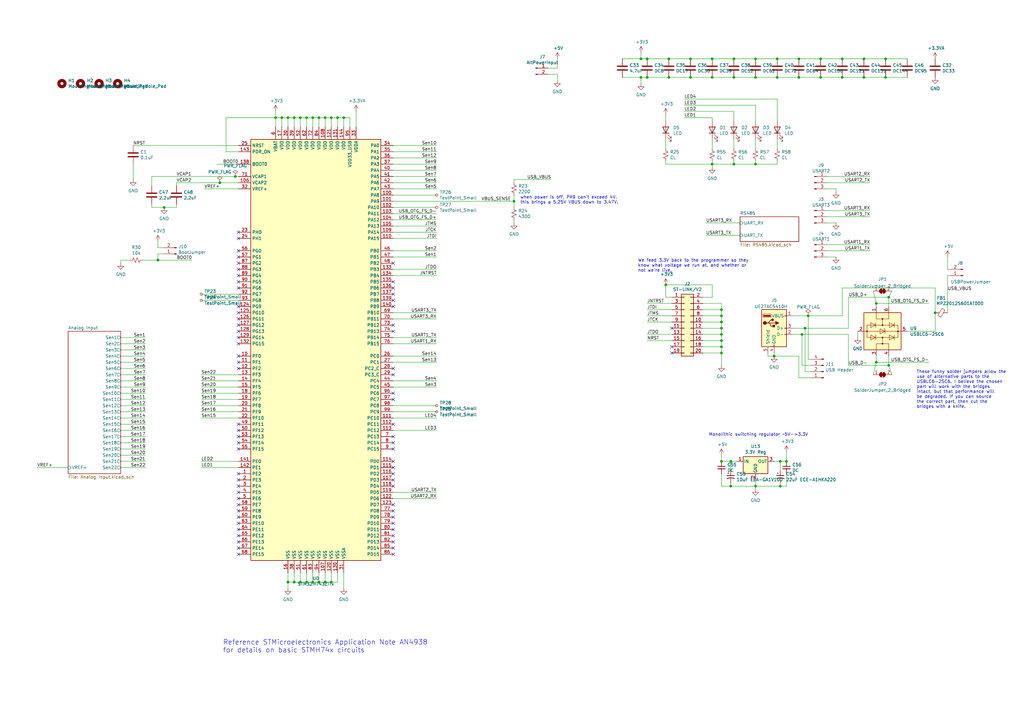
<source format=kicad_sch>
(kicad_sch (version 20211123) (generator eeschema)
  (paper "A3")
  (title_block (title "ADC Board") (rev "A0"))
  (junction (at 295.91 189.23))
  (junction (at 133.35 48.26))
  (junction (at 354.33 24.13))
  (junction (at 130.81 238.76))
  (junction (at 292.1 67.31))
  (junction (at 118.11 48.26))
  (junction (at 322.58 189.23))
  (junction (at 300.99 24.13))
  (junction (at 295.91 129.54))
  (junction (at 336.55 31.75))
  (junction (at 133.35 238.76))
  (junction (at 363.22 24.13))
  (junction (at 295.91 144.78))
  (junction (at 274.32 24.13))
  (junction (at 318.77 31.75))
  (junction (at 292.1 31.75))
  (junction (at 328.93 137.16))
  (junction (at 113.03 48.26))
  (junction (at 96.52 72.39))
  (junction (at 273.05 116.84))
  (junction (at 299.72 189.23))
  (junction (at 265.43 24.13))
  (junction (at 128.27 238.76))
  (junction (at 309.88 67.31))
  (junction (at 135.89 238.76))
  (junction (at 128.27 48.26))
  (junction (at 327.66 24.13))
  (junction (at 320.04 199.39))
  (junction (at 299.72 199.39))
  (junction (at 295.91 142.24))
  (junction (at 327.66 31.75))
  (junction (at 123.19 48.26))
  (junction (at 354.33 31.75))
  (junction (at 283.21 24.13))
  (junction (at 309.88 31.75))
  (junction (at 336.55 24.13))
  (junction (at 309.88 24.13))
  (junction (at 274.32 31.75))
  (junction (at 292.1 24.13))
  (junction (at 115.57 48.26))
  (junction (at 262.89 31.75))
  (junction (at 295.91 137.16))
  (junction (at 138.43 48.26))
  (junction (at 363.22 31.75))
  (junction (at 64.77 106.68))
  (junction (at 359.41 124.46))
  (junction (at 345.44 24.13))
  (junction (at 120.65 48.26))
  (junction (at 331.47 129.54))
  (junction (at 135.89 48.26))
  (junction (at 120.65 238.76))
  (junction (at 364.49 149.86))
  (junction (at 283.21 31.75))
  (junction (at 359.41 148.59))
  (junction (at 300.99 31.75))
  (junction (at 265.43 31.75))
  (junction (at 345.44 31.75))
  (junction (at 123.19 238.76))
  (junction (at 364.49 121.92))
  (junction (at 67.31 85.09))
  (junction (at 320.04 189.23))
  (junction (at 118.11 238.76))
  (junction (at 317.5 146.05))
  (junction (at 295.91 139.7))
  (junction (at 318.77 24.13))
  (junction (at 295.91 132.08))
  (junction (at 309.88 199.39))
  (junction (at 130.81 48.26))
  (junction (at 383.54 128.27))
  (junction (at 295.91 134.62))
  (junction (at 125.73 238.76))
  (junction (at 125.73 48.26))
  (junction (at 330.2 134.62))
  (junction (at 262.89 24.13))
  (junction (at 90.17 74.93))
  (junction (at 295.91 127))
  (junction (at 140.97 48.26))
  (junction (at 300.99 67.31))
  (junction (at 210.82 82.55))
  (no_connect (at 97.79 130.81))
  (no_connect (at 97.79 207.01))
  (no_connect (at 97.79 184.15))
  (no_connect (at 97.79 219.71))
  (no_connect (at 97.79 97.79))
  (no_connect (at 161.29 115.57))
  (no_connect (at 97.79 151.13))
  (no_connect (at 161.29 125.73))
  (no_connect (at 97.79 199.39))
  (no_connect (at 161.29 163.83))
  (no_connect (at 97.79 105.41))
  (no_connect (at 161.29 194.31))
  (no_connect (at 161.29 224.79))
  (no_connect (at 161.29 107.95))
  (no_connect (at 161.29 212.09))
  (no_connect (at 161.29 120.65))
  (no_connect (at 97.79 146.05))
  (no_connect (at 97.79 133.35))
  (no_connect (at 97.79 110.49))
  (no_connect (at 97.79 179.07))
  (no_connect (at 161.29 209.55))
  (no_connect (at 161.29 219.71))
  (no_connect (at 161.29 189.23))
  (no_connect (at 97.79 204.47))
  (no_connect (at 161.29 217.17))
  (no_connect (at 275.59 142.24))
  (no_connect (at 97.79 125.73))
  (no_connect (at 161.29 123.19))
  (no_connect (at 161.29 199.39))
  (no_connect (at 161.29 196.85))
  (no_connect (at 97.79 107.95))
  (no_connect (at 275.59 134.62))
  (no_connect (at 161.29 153.67))
  (no_connect (at 97.79 140.97))
  (no_connect (at 97.79 227.33))
  (no_connect (at 97.79 135.89))
  (no_connect (at 161.29 184.15))
  (no_connect (at 161.29 118.11))
  (no_connect (at 97.79 128.27))
  (no_connect (at 97.79 115.57))
  (no_connect (at 97.79 118.11))
  (no_connect (at 97.79 196.85))
  (no_connect (at 97.79 176.53))
  (no_connect (at 161.29 135.89))
  (no_connect (at 161.29 133.35))
  (no_connect (at 97.79 138.43))
  (no_connect (at 161.29 222.25))
  (no_connect (at 97.79 201.93))
  (no_connect (at 161.29 179.07))
  (no_connect (at 97.79 95.25))
  (no_connect (at 161.29 227.33))
  (no_connect (at 97.79 217.17))
  (no_connect (at 97.79 173.99))
  (no_connect (at 275.59 144.78))
  (no_connect (at 97.79 102.87))
  (no_connect (at 97.79 212.09))
  (no_connect (at 97.79 148.59))
  (no_connect (at 161.29 191.77))
  (no_connect (at 97.79 222.25))
  (no_connect (at 161.29 207.01))
  (no_connect (at 161.29 161.29))
  (no_connect (at 97.79 224.79))
  (no_connect (at 161.29 173.99))
  (no_connect (at 97.79 194.31))
  (no_connect (at 161.29 181.61))
  (no_connect (at 161.29 151.13))
  (no_connect (at 97.79 181.61))
  (no_connect (at 97.79 209.55))
  (no_connect (at 161.29 214.63))
  (no_connect (at 97.79 113.03))
  (no_connect (at 97.79 214.63))
  (wire (pts (xy 339.09 77.47) (xy 342.9 77.47)))
  (wire (pts (xy 62.23 72.39) (xy 96.52 72.39)))
  (wire (pts (xy 161.29 62.23) (xy 179.07 62.23)))
  (wire (pts (xy 140.97 48.26) (xy 143.51 48.26)))
  (wire (pts (xy 62.23 85.09) (xy 67.31 85.09)))
  (wire (pts (xy 161.29 67.31) (xy 179.07 67.31)))
  (wire (pts (xy 161.29 201.93) (xy 179.07 201.93)))
  (wire (pts (xy 125.73 48.26) (xy 128.27 48.26)))
  (wire (pts (xy 300.99 66.04) (xy 300.99 67.31)))
  (wire (pts (xy 303.53 96.52) (xy 289.56 96.52)))
  (wire (pts (xy 54.61 67.31) (xy 54.61 73.66)))
  (wire (pts (xy 332.74 147.32) (xy 331.47 147.32)))
  (wire (pts (xy 295.91 144.78) (xy 295.91 149.86)))
  (wire (pts (xy 342.9 77.47) (xy 342.9 78.74)))
  (wire (pts (xy 265.43 124.46) (xy 275.59 124.46)))
  (wire (pts (xy 325.12 129.54) (xy 331.47 129.54)))
  (wire (pts (xy 118.11 238.76) (xy 120.65 238.76)))
  (wire (pts (xy 303.53 91.44) (xy 289.56 91.44)))
  (wire (pts (xy 273.05 116.84) (xy 273.05 121.92)))
  (wire (pts (xy 161.29 95.25) (xy 179.07 95.25)))
  (wire (pts (xy 327.66 154.94) (xy 327.66 146.05)))
  (wire (pts (xy 130.81 238.76) (xy 133.35 238.76)))
  (wire (pts (xy 135.89 238.76) (xy 138.43 238.76)))
  (wire (pts (xy 339.09 88.9) (xy 356.87 88.9)))
  (wire (pts (xy 210.82 74.93) (xy 210.82 73.66)))
  (wire (pts (xy 161.29 80.01) (xy 179.07 80.01)))
  (wire (pts (xy 140.97 52.07) (xy 140.97 48.26)))
  (wire (pts (xy 210.82 82.55) (xy 210.82 85.09)))
  (wire (pts (xy 161.29 158.75) (xy 179.07 158.75)))
  (wire (pts (xy 330.2 134.62) (xy 347.98 134.62)))
  (wire (pts (xy 97.79 156.21) (xy 82.55 156.21)))
  (wire (pts (xy 363.22 31.75) (xy 354.33 31.75)))
  (wire (pts (xy 299.72 199.39) (xy 309.88 199.39)))
  (wire (pts (xy 262.89 31.75) (xy 255.27 31.75)))
  (wire (pts (xy 88.9 67.31) (xy 97.79 67.31)))
  (wire (pts (xy 288.29 132.08) (xy 295.91 132.08)))
  (wire (pts (xy 133.35 52.07) (xy 133.35 48.26)))
  (wire (pts (xy 97.79 62.23) (xy 92.71 62.23)))
  (wire (pts (xy 283.21 31.75) (xy 274.32 31.75)))
  (wire (pts (xy 283.21 24.13) (xy 274.32 24.13)))
  (wire (pts (xy 354.33 24.13) (xy 345.44 24.13)))
  (wire (pts (xy 320.04 198.12) (xy 320.04 199.39)))
  (wire (pts (xy 135.89 52.07) (xy 135.89 48.26)))
  (wire (pts (xy 228.6 30.48) (xy 228.6 33.02)))
  (wire (pts (xy 161.29 113.03) (xy 179.07 113.03)))
  (wire (pts (xy 295.91 124.46) (xy 295.91 127)))
  (wire (pts (xy 118.11 234.95) (xy 118.11 238.76)))
  (wire (pts (xy 161.29 74.93) (xy 179.07 74.93)))
  (wire (pts (xy 64.77 104.14) (xy 64.77 106.68)))
  (wire (pts (xy 125.73 48.26) (xy 125.73 52.07)))
  (wire (pts (xy 265.43 137.16) (xy 275.59 137.16)))
  (wire (pts (xy 292.1 121.92) (xy 288.29 121.92)))
  (wire (pts (xy 125.73 234.95) (xy 125.73 238.76)))
  (wire (pts (xy 49.53 106.68) (xy 49.53 107.95)))
  (wire (pts (xy 92.71 62.23) (xy 92.71 48.26)))
  (wire (pts (xy 161.29 204.47) (xy 179.07 204.47)))
  (wire (pts (xy 345.44 31.75) (xy 336.55 31.75)))
  (wire (pts (xy 295.91 132.08) (xy 295.91 134.62)))
  (wire (pts (xy 49.53 173.99) (xy 59.69 173.99)))
  (wire (pts (xy 318.77 24.13) (xy 309.88 24.13)))
  (wire (pts (xy 67.31 85.09) (xy 72.39 85.09)))
  (wire (pts (xy 62.23 85.09) (xy 62.23 83.82)))
  (wire (pts (xy 345.44 24.13) (xy 336.55 24.13)))
  (wire (pts (xy 97.79 191.77) (xy 82.55 191.77)))
  (wire (pts (xy 288.29 124.46) (xy 295.91 124.46)))
  (wire (pts (xy 339.09 105.41) (xy 342.9 105.41)))
  (wire (pts (xy 314.96 144.78) (xy 314.96 146.05)))
  (wire (pts (xy 224.79 30.48) (xy 228.6 30.48)))
  (wire (pts (xy 49.53 156.21) (xy 59.69 156.21)))
  (wire (pts (xy 265.43 24.13) (xy 262.89 24.13)))
  (wire (pts (xy 49.53 148.59) (xy 59.69 148.59)))
  (wire (pts (xy 161.29 87.63) (xy 179.07 87.63)))
  (wire (pts (xy 135.89 234.95) (xy 135.89 238.76)))
  (wire (pts (xy 318.77 31.75) (xy 309.88 31.75)))
  (wire (pts (xy 49.53 186.69) (xy 59.69 186.69)))
  (wire (pts (xy 97.79 168.91) (xy 82.55 168.91)))
  (wire (pts (xy 383.54 118.11) (xy 383.54 128.27)))
  (wire (pts (xy 161.29 82.55) (xy 210.82 82.55)))
  (wire (pts (xy 328.93 137.16) (xy 328.93 149.86)))
  (wire (pts (xy 138.43 48.26) (xy 140.97 48.26)))
  (wire (pts (xy 389.89 110.49) (xy 388.62 110.49)))
  (wire (pts (xy 97.79 120.65) (xy 82.55 120.65)))
  (wire (pts (xy 161.29 102.87) (xy 179.07 102.87)))
  (wire (pts (xy 97.79 163.83) (xy 82.55 163.83)))
  (wire (pts (xy 322.58 194.31) (xy 322.58 199.39)))
  (wire (pts (xy 345.44 118.11) (xy 383.54 118.11)))
  (wire (pts (xy 314.96 146.05) (xy 317.5 146.05)))
  (wire (pts (xy 115.57 48.26) (xy 115.57 52.07)))
  (wire (pts (xy 359.41 146.05) (xy 359.41 148.59)))
  (wire (pts (xy 161.29 130.81) (xy 179.07 130.81)))
  (wire (pts (xy 347.98 137.16) (xy 347.98 149.86)))
  (wire (pts (xy 49.53 143.51) (xy 59.69 143.51)))
  (wire (pts (xy 113.03 52.07) (xy 113.03 48.26)))
  (wire (pts (xy 331.47 129.54) (xy 345.44 129.54)))
  (wire (pts (xy 64.77 106.68) (xy 78.74 106.68)))
  (wire (pts (xy 351.79 138.43) (xy 351.79 135.89)))
  (wire (pts (xy 123.19 48.26) (xy 125.73 48.26)))
  (wire (pts (xy 161.29 85.09) (xy 179.07 85.09)))
  (wire (pts (xy 295.91 129.54) (xy 295.91 132.08)))
  (wire (pts (xy 299.72 189.23) (xy 302.26 189.23)))
  (wire (pts (xy 292.1 67.31) (xy 300.99 67.31)))
  (wire (pts (xy 288.29 137.16) (xy 295.91 137.16)))
  (wire (pts (xy 339.09 72.39) (xy 356.87 72.39)))
  (wire (pts (xy 317.5 189.23) (xy 320.04 189.23)))
  (wire (pts (xy 288.29 139.7) (xy 295.91 139.7)))
  (wire (pts (xy 262.89 31.75) (xy 262.89 34.29)))
  (wire (pts (xy 262.89 24.13) (xy 262.89 21.59)))
  (wire (pts (xy 97.79 74.93) (xy 90.17 74.93)))
  (wire (pts (xy 265.43 127) (xy 275.59 127)))
  (wire (pts (xy 123.19 238.76) (xy 125.73 238.76)))
  (wire (pts (xy 330.2 134.62) (xy 330.2 152.4)))
  (wire (pts (xy 138.43 238.76) (xy 138.43 234.95)))
  (wire (pts (xy 161.29 128.27) (xy 179.07 128.27)))
  (wire (pts (xy 90.17 74.93) (xy 72.39 74.93)))
  (wire (pts (xy 120.65 238.76) (xy 123.19 238.76)))
  (wire (pts (xy 49.53 191.77) (xy 59.69 191.77)))
  (wire (pts (xy 358.14 119.38) (xy 359.41 124.46)))
  (wire (pts (xy 300.99 31.75) (xy 292.1 31.75)))
  (wire (pts (xy 273.05 116.84) (xy 292.1 116.84)))
  (wire (pts (xy 49.53 151.13) (xy 59.69 151.13)))
  (wire (pts (xy 161.29 110.49) (xy 179.07 110.49)))
  (wire (pts (xy 309.88 24.13) (xy 300.99 24.13)))
  (wire (pts (xy 49.53 179.07) (xy 59.69 179.07)))
  (wire (pts (xy 383.54 128.27) (xy 383.54 135.89)))
  (wire (pts (xy 322.58 189.23) (xy 322.58 185.42)))
  (wire (pts (xy 97.79 189.23) (xy 82.55 189.23)))
  (wire (pts (xy 388.62 128.27) (xy 388.62 113.03)))
  (wire (pts (xy 161.29 92.71) (xy 179.07 92.71)))
  (wire (pts (xy 328.93 149.86) (xy 332.74 149.86)))
  (wire (pts (xy 280.67 40.64) (xy 318.77 40.64)))
  (wire (pts (xy 339.09 102.87) (xy 356.87 102.87)))
  (wire (pts (xy 143.51 48.26) (xy 143.51 52.07)))
  (wire (pts (xy 273.05 49.53) (xy 273.05 46.99)))
  (wire (pts (xy 128.27 234.95) (xy 128.27 238.76)))
  (wire (pts (xy 49.53 176.53) (xy 59.69 176.53)))
  (wire (pts (xy 49.53 146.05) (xy 59.69 146.05)))
  (wire (pts (xy 292.1 49.53) (xy 292.1 48.26)))
  (wire (pts (xy 320.04 193.04) (xy 320.04 189.23)))
  (wire (pts (xy 295.91 199.39) (xy 299.72 199.39)))
  (wire (pts (xy 130.81 48.26) (xy 130.81 52.07)))
  (wire (pts (xy 345.44 129.54) (xy 345.44 118.11)))
  (wire (pts (xy 161.29 148.59) (xy 179.07 148.59)))
  (wire (pts (xy 372.11 31.75) (xy 363.22 31.75)))
  (wire (pts (xy 67.31 104.14) (xy 64.77 104.14)))
  (wire (pts (xy 336.55 24.13) (xy 327.66 24.13)))
  (wire (pts (xy 64.77 101.6) (xy 67.31 101.6)))
  (wire (pts (xy 300.99 45.72) (xy 280.67 45.72)))
  (wire (pts (xy 300.99 60.96) (xy 300.99 57.15)))
  (wire (pts (xy 161.29 77.47) (xy 179.07 77.47)))
  (wire (pts (xy 363.22 24.13) (xy 354.33 24.13)))
  (wire (pts (xy 325.12 134.62) (xy 330.2 134.62)))
  (wire (pts (xy 161.29 69.85) (xy 179.07 69.85)))
  (wire (pts (xy 62.23 72.39) (xy 62.23 76.2)))
  (wire (pts (xy 161.29 146.05) (xy 179.07 146.05)))
  (wire (pts (xy 118.11 48.26) (xy 118.11 52.07)))
  (wire (pts (xy 49.53 140.97) (xy 59.69 140.97)))
  (wire (pts (xy 359.41 124.46) (xy 381 124.46)))
  (wire (pts (xy 299.72 198.12) (xy 299.72 199.39)))
  (wire (pts (xy 317.5 146.05) (xy 317.5 144.78)))
  (wire (pts (xy 161.29 140.97) (xy 179.07 140.97)))
  (wire (pts (xy 322.58 199.39) (xy 320.04 199.39)))
  (wire (pts (xy 295.91 189.23) (xy 299.72 189.23)))
  (wire (pts (xy 140.97 241.3) (xy 140.97 234.95)))
  (wire (pts (xy 49.53 166.37) (xy 59.69 166.37)))
  (wire (pts (xy 309.88 199.39) (xy 309.88 200.66)))
  (wire (pts (xy 295.91 137.16) (xy 295.91 139.7)))
  (wire (pts (xy 58.42 106.68) (xy 64.77 106.68)))
  (wire (pts (xy 320.04 199.39) (xy 309.88 199.39)))
  (wire (pts (xy 97.79 77.47) (xy 83.82 77.47)))
  (wire (pts (xy 295.91 134.62) (xy 295.91 137.16)))
  (wire (pts (xy 320.04 189.23) (xy 322.58 189.23)))
  (wire (pts (xy 388.62 113.03) (xy 389.89 113.03)))
  (wire (pts (xy 372.11 24.13) (xy 363.22 24.13)))
  (wire (pts (xy 161.29 105.41) (xy 179.07 105.41)))
  (wire (pts (xy 265.43 129.54) (xy 275.59 129.54)))
  (wire (pts (xy 161.29 156.21) (xy 179.07 156.21)))
  (wire (pts (xy 49.53 163.83) (xy 59.69 163.83)))
  (wire (pts (xy 288.29 129.54) (xy 295.91 129.54)))
  (wire (pts (xy 49.53 158.75) (xy 59.69 158.75)))
  (wire (pts (xy 325.12 137.16) (xy 328.93 137.16)))
  (wire (pts (xy 273.05 66.04) (xy 273.05 67.31)))
  (wire (pts (xy 309.88 196.85) (xy 309.88 199.39)))
  (wire (pts (xy 273.05 121.92) (xy 275.59 121.92)))
  (wire (pts (xy 354.33 31.75) (xy 345.44 31.75)))
  (wire (pts (xy 161.29 168.91) (xy 179.07 168.91)))
  (wire (pts (xy 332.74 154.94) (xy 327.66 154.94)))
  (wire (pts (xy 123.19 234.95) (xy 123.19 238.76)))
  (wire (pts (xy 130.81 48.26) (xy 133.35 48.26)))
  (wire (pts (xy 309.88 31.75) (xy 300.99 31.75)))
  (wire (pts (xy 49.53 161.29) (xy 59.69 161.29)))
  (wire (pts (xy 318.77 40.64) (xy 318.77 49.53)))
  (wire (pts (xy 383.54 135.89) (xy 372.11 135.89)))
  (wire (pts (xy 133.35 48.26) (xy 135.89 48.26)))
  (wire (pts (xy 210.82 90.17) (xy 210.82 91.44)))
  (wire (pts (xy 130.81 234.95) (xy 130.81 238.76)))
  (wire (pts (xy 300.99 24.13) (xy 292.1 24.13)))
  (wire (pts (xy 128.27 48.26) (xy 130.81 48.26)))
  (wire (pts (xy 123.19 48.26) (xy 123.19 52.07)))
  (wire (pts (xy 49.53 189.23) (xy 59.69 189.23)))
  (wire (pts (xy 347.98 134.62) (xy 347.98 121.92)))
  (wire (pts (xy 295.91 186.69) (xy 295.91 189.23)))
  (wire (pts (xy 300.99 49.53) (xy 300.99 45.72)))
  (wire (pts (xy 161.29 72.39) (xy 179.07 72.39)))
  (wire (pts (xy 347.98 121.92) (xy 364.49 121.92)))
  (wire (pts (xy 265.43 31.75) (xy 262.89 31.75)))
  (wire (pts (xy 295.91 142.24) (xy 295.91 144.78)))
  (wire (pts (xy 309.88 67.31) (xy 318.77 67.31)))
  (wire (pts (xy 358.14 153.67) (xy 359.41 148.59)))
  (wire (pts (xy 273.05 67.31) (xy 292.1 67.31)))
  (wire (pts (xy 138.43 52.07) (xy 138.43 48.26)))
  (wire (pts (xy 120.65 234.95) (xy 120.65 238.76)))
  (wire (pts (xy 309.88 43.18) (xy 280.67 43.18)))
  (wire (pts (xy 295.91 194.31) (xy 295.91 199.39)))
  (wire (pts (xy 133.35 238.76) (xy 135.89 238.76)))
  (wire (pts (xy 318.77 60.96) (xy 318.77 57.15)))
  (wire (pts (xy 274.32 24.13) (xy 265.43 24.13)))
  (wire (pts (xy 97.79 171.45) (xy 82.55 171.45)))
  (wire (pts (xy 161.29 97.79) (xy 179.07 97.79)))
  (wire (pts (xy 49.53 181.61) (xy 59.69 181.61)))
  (wire (pts (xy 273.05 60.96) (xy 273.05 57.15)))
  (wire (pts (xy 262.89 24.13) (xy 255.27 24.13)))
  (wire (pts (xy 292.1 60.96) (xy 292.1 57.15)))
  (wire (pts (xy 161.29 166.37) (xy 179.07 166.37)))
  (wire (pts (xy 97.79 158.75) (xy 82.55 158.75)))
  (wire (pts (xy 359.41 125.73) (xy 359.41 124.46)))
  (wire (pts (xy 113.03 48.26) (xy 115.57 48.26)))
  (wire (pts (xy 96.52 72.39) (xy 97.79 72.39)))
  (wire (pts (xy 64.77 99.06) (xy 64.77 101.6)))
  (wire (pts (xy 265.43 132.08) (xy 275.59 132.08)))
  (wire (pts (xy 295.91 139.7) (xy 295.91 142.24)))
  (wire (pts (xy 49.53 153.67) (xy 59.69 153.67)))
  (wire (pts (xy 210.82 80.01) (xy 210.82 82.55)))
  (wire (pts (xy 228.6 27.94) (xy 224.79 27.94)))
  (wire (pts (xy 128.27 238.76) (xy 130.81 238.76)))
  (wire (pts (xy 97.79 153.67) (xy 82.55 153.67)))
  (wire (pts (xy 327.66 31.75) (xy 318.77 31.75)))
  (wire (pts (xy 161.29 59.69) (xy 179.07 59.69)))
  (wire (pts (xy 328.93 137.16) (xy 347.98 137.16)))
  (wire (pts (xy 292.1 31.75) (xy 283.21 31.75)))
  (wire (pts (xy 118.11 238.76) (xy 118.11 241.3)))
  (wire (pts (xy 228.6 24.13) (xy 228.6 27.94)))
  (wire (pts (xy 128.27 48.26) (xy 128.27 52.07)))
  (wire (pts (xy 97.79 166.37) (xy 82.55 166.37)))
  (wire (pts (xy 365.76 153.67) (xy 364.49 149.86)))
  (wire (pts (xy 49.53 184.15) (xy 59.69 184.15)))
  (wire (pts (xy 288.29 144.78) (xy 295.91 144.78)))
  (wire (pts (xy 359.41 148.59) (xy 381 148.59)))
  (wire (pts (xy 295.91 127) (xy 295.91 129.54)))
  (wire (pts (xy 27.94 191.77) (xy 15.24 191.77)))
  (wire (pts (xy 49.53 171.45) (xy 59.69 171.45)))
  (wire (pts (xy 118.11 48.26) (xy 120.65 48.26)))
  (wire (pts (xy 292.1 66.04) (xy 292.1 67.31)))
  (wire (pts (xy 288.29 142.24) (xy 295.91 142.24)))
  (wire (pts (xy 135.89 48.26) (xy 138.43 48.26)))
  (wire (pts (xy 120.65 48.26) (xy 123.19 48.26)))
  (wire (pts (xy 97.79 161.29) (xy 82.55 161.29)))
  (wire (pts (xy 339.09 86.36) (xy 356.87 86.36)))
  (wire (pts (xy 288.29 127) (xy 295.91 127)))
  (wire (pts (xy 125.73 238.76) (xy 128.27 238.76)))
  (wire (pts (xy 309.88 60.96) (xy 309.88 57.15)))
  (wire (pts (xy 365.76 119.38) (xy 364.49 121.92)))
  (wire (pts (xy 161.29 138.43) (xy 179.07 138.43)))
  (wire (pts (xy 274.32 31.75) (xy 265.43 31.75)))
  (wire (pts (xy 339.09 74.93) (xy 356.87 74.93)))
  (wire (pts (xy 161.29 176.53) (xy 179.07 176.53)))
  (wire (pts (xy 292.1 48.26) (xy 280.67 48.26)))
  (wire (pts (xy 210.82 73.66) (xy 226.06 73.66)))
  (wire (pts (xy 364.49 149.86) (xy 364.49 146.05)))
  (wire (pts (xy 115.57 48.26) (xy 118.11 48.26)))
  (wire (pts (xy 113.03 48.26) (xy 113.03 45.72)))
  (wire (pts (xy 161.29 90.17) (xy 179.07 90.17)))
  (wire (pts (xy 161.29 64.77) (xy 179.07 64.77)))
  (wire (pts (xy 327.66 146.05) (xy 317.5 146.05)))
  (wire (pts (xy 339.09 100.33) (xy 356.87 100.33)))
  (wire (pts (xy 275.59 139.7) (xy 265.43 139.7)))
  (wire (pts (xy 97.79 123.19) (xy 82.55 123.19)))
  (wire (pts (xy 299.72 193.04) (xy 299.72 189.23)))
  (wire (pts (xy 292.1 24.13) (xy 283.21 24.13)))
  (wire (pts (xy 49.53 168.91) (xy 59.69 168.91)))
  (wire (pts (xy 331.47 147.32) (xy 331.47 129.54)))
  (wire (pts (xy 72.39 74.93) (xy 72.39 76.2)))
  (wire (pts (xy 292.1 68.58) (xy 292.1 67.31)))
  (wire (pts (xy 120.65 48.26) (xy 120.65 52.07)))
  (wire (pts (xy 292.1 116.84) (xy 292.1 121.92)))
  (wire (pts (xy 347.98 149.86) (xy 364.49 149.86)))
  (wire (pts (xy 72.39 83.82) (xy 72.39 85.09)))
  (wire (pts (xy 133.35 234.95) (xy 133.35 238.76)))
  (wire (pts (xy 53.34 106.68) (xy 49.53 106.68)))
  (wire (pts (xy 92.71 48.26) (xy 113.03 48.26)))
  (wire (pts (xy 339.09 91.44) (xy 342.9 91.44)))
  (wire (pts (xy 309.88 66.04) (xy 309.88 67.31)))
  (wire (pts (xy 336.55 31.75) (xy 327.66 31.75)))
  (wire (pts (xy 327.66 24.13) (xy 318.77 24.13)))
  (wire (pts (xy 300.99 67.31) (xy 309.88 67.31)))
  (wire (pts (xy 318.77 67.31) (xy 318.77 66.04)))
  (wire (pts (xy 330.2 152.4) (xy 332.74 152.4)))
  (wire (pts (xy 161.29 171.45) (xy 179.07 171.45)))
  (wire (pts (xy 146.05 52.07) (xy 146.05 45.72)))
  (wire (pts (xy 309.88 49.53) (xy 309.88 43.18)))
  (wire (pts (xy 388.62 105.41) (xy 388.62 110.49)))
  (wire (pts (xy 97.79 59.69) (xy 54.61 59.69)))
  (wire (pts (xy 49.53 138.43) (xy 59.69 138.43)))
  (wire (pts (xy 364.49 121.92) (xy 364.49 125.73)))
  (wire (pts (xy 288.29 134.62) (xy 295.91 134.62)))
  (text "Monolithic switching regulator ~5V->3.3V" (at 331.47 179.07 180) (effects (font (size 1.27 1.27)) (justify right bottom)))
  (text "We feed 3.3V back to the programmer so they\nknow what voltage we run at, and whether or\nnot we're live." (at 261.62 111.76 0) (effects (font (size 1.27 1.27)) (justify left bottom)))
  (text "Reference STMicroelectronics Application Note AN4938\nfor details on basic STMH74x circuits" (at 91.44 267.97 0) (effects (font (size 2.0066 2.0066)) (justify left bottom)))
  (text "These funny solder jumpers allow the\nuse of alternative parts to the\nUSBLC6-2SC6. I believe the chosen\npart will work with the bridges\nintact, but that performance will\nbe degraded. If you can source\nthe correct part, then cut the\nbridges with a knife." (at 375.92 167.64 0) (effects (font (size 1.27 1.27)) (justify left bottom)))
  (text "when power is off, PA9 can't exceed 4V.\nthis brings a 5.25V VBUS down to 3.47V." (at 213.36 83.82 0) (effects (font (size 1.27 1.27)) (justify left bottom)))
  (label "USB_OTG_FS_D+" (at 179.07 90.17 180))
  (label "Sen18" (at 59.69 181.61 180))
  (label "USB_OTG_FS_D-" (at 381 148.59 180))
  (label "JTDO" (at 179.07 110.49 180))
  (label "JTDI" (at 265.43 127 0))
  (label "JNTRST" (at 265.43 124.46 0))
  (label "JTDI" (at 179.07 97.79 180))
  (label "Sen1" (at 179.07 105.41 180))
  (label "JNTRST" (at 179.07 113.03 180))
  (label "VCAP2" (at 72.39 74.93 0))
  (label "USB_OTG_FS_D+" (at 381 124.46 180))
  (label "USART2_TX" (at 356.87 74.93 180))
  (label "Sen21" (at 82.55 156.21 0))
  (label "Sen4" (at 179.07 156.21 180))
  (label "Sen14" (at 179.07 146.05 180))
  (label "USB_VBUS" (at 388.62 119.38 0))
  (label "VREF+" (at 83.82 77.47 0))
  (label "Sen18" (at 82.55 163.83 0))
  (label "VREF+" (at 15.24 191.77 0))
  (label "Sen8" (at 179.07 69.85 180))
  (label "USART3_RX" (at 289.56 91.44 0))
  (label "LED4" (at 280.67 40.64 0))
  (label "LED1" (at 82.55 191.77 0))
  (label "LED4" (at 179.07 171.45 180))
  (label "Sen19" (at 59.69 184.15 180))
  (label "Sen17" (at 82.55 166.37 0))
  (label "JTCK" (at 179.07 95.25 180))
  (label "LED2" (at 280.67 45.72 0))
  (label "USART2_RX" (at 179.07 204.47 180))
  (label "JTMS" (at 265.43 129.54 0))
  (label "Sen2" (at 59.69 140.97 180))
  (label "USB_OTG_FS_D-" (at 179.07 87.63 180))
  (label "USART3_TX" (at 289.56 96.52 0))
  (label "Sen11" (at 59.69 163.83 180))
  (label "Sen2" (at 179.07 102.87 180))
  (label "Sen21" (at 59.69 189.23 180))
  (label "Sen13" (at 179.07 148.59 180))
  (label "Sen22" (at 82.55 153.67 0))
  (label "NRST" (at 54.61 59.69 0))
  (label "Sen16" (at 59.69 176.53 180))
  (label "USART1_RX" (at 356.87 100.33 180))
  (label "VBUS_SENSE" (at 209.55 82.55 180))
  (label "Sen5" (at 59.69 148.59 180))
  (label "Sen6" (at 59.69 151.13 180))
  (label "LED2" (at 82.55 189.23 0))
  (label "VCAP1" (at 72.39 72.39 0))
  (label "USB_D-" (at 347.98 149.86 0))
  (label "USB_VBUS" (at 226.06 73.66 180))
  (label "LED1" (at 280.67 48.26 0))
  (label "Sen20" (at 82.55 158.75 0))
  (label "Sen8" (at 59.69 156.21 180))
  (label "USART3_RX" (at 179.07 130.81 180))
  (label "Sen10" (at 59.69 161.29 180))
  (label "Sen10" (at 179.07 59.69 180))
  (label "USB_D+" (at 347.98 121.92 0))
  (label "Sen12" (at 179.07 64.77 180))
  (label "USART3_TX" (at 356.87 88.9 180))
  (label "JTDO" (at 265.43 137.16 0))
  (label "Sen19" (at 82.55 161.29 0))
  (label "Sen3" (at 179.07 158.75 180))
  (label "NRST" (at 265.43 139.7 0))
  (label "Sen9" (at 179.07 67.31 180))
  (label "Sen22" (at 59.69 191.77 180))
  (label "USART1_TX" (at 356.87 102.87 180))
  (label "Sen4" (at 59.69 146.05 180))
  (label "Sen12" (at 59.69 166.37 180))
  (label "USART2_TX" (at 179.07 201.93 180))
  (label "LED3" (at 179.07 176.53 180))
  (label "Sen17" (at 59.69 179.07 180))
  (label "LED3" (at 280.67 43.18 0))
  (label "Sen11" (at 179.07 62.23 180))
  (label "Sen16" (at 82.55 168.91 0))
  (label "Sen7" (at 59.69 153.67 180))
  (label "BOOT0" (at 78.74 106.68 180))
  (label "Sen15" (at 82.55 171.45 0))
  (label "Sen13" (at 59.69 168.91 180))
  (label "Sen3" (at 59.69 143.51 180))
  (label "Sen6" (at 179.07 74.93 180))
  (label "JTCK" (at 265.43 132.08 0))
  (label "BOOT0" (at 91.44 67.31 0))
  (label "Sen20" (at 59.69 186.69 180))
  (label "Sen7" (at 179.07 72.39 180))
  (label "USART3_TX" (at 179.07 128.27 180))
  (label "Sen15" (at 59.69 173.99 180))
  (label "JTMS" (at 179.07 92.71 180))
  (label "Sen1" (at 59.69 138.43 180))
  (label "Sen14" (at 59.69 171.45 180))
  (label "Sen5" (at 179.07 77.47 180))
  (label "USART2_RX" (at 356.87 72.39 180))
  (label "USART3_RX" (at 356.87 86.36 180))
  (label "Sen9" (at 59.69 158.75 180))
  (label "USART1_RX" (at 179.07 140.97 180))
  (label "USART1_TX" (at 179.07 138.43 180))
  (symbol (lib_id "MCU_ST_STM32H7:STM32H743ZITx") (at 130.81 143.51 0) (unit 1)
    (property "Reference" "U0" (at 129.54 237.2106 0))
    (property "Value" "STM32H743ZITx" (at 129.54 239.522 0))
    (property "Footprint" "Package_QFP:TQFP-144_20x20mm_P0.5mm" (effects hide))
    (property "Datasheet" "http://www.st.com/st-web-ui/static/active/en/resource/technical/document/datasheet/DM00387108.pdf" (effects hide))
  )
  (symbol (lib_id "power:+3.3VA") (at 146.05 45.72 0) (unit 1)
    (property "Reference" "#PWR0103" (effects hide))
    (property "Value" "+3.3VA" (at 146.431 41.3258 0))
  )
  (symbol (lib_id "power:+3.3V") (at 113.03 45.72 0) (unit 1)
    (property "Reference" "#PWR0104" (effects hide))
    (property "Value" "+3.3V" (at 113.411 41.3258 0))
  )
  (symbol (lib_id "Connector_Generic:Conn_02x10_Odd_Even") (at 280.67 132.08 0) (unit 1)
    (property "Reference" "J2" (at 281.94 116.4082 0))
    (property "Value" "ST-LINK/V2" (at 281.94 118.7196 0))
    (property "Footprint" "Pin_Headers:Pin_Header_Straight_2x10_Pitch2.54mm" (effects hide))
  )
  (symbol (lib_id "Device:C") (at 265.43 27.94 0) (unit 1)
    (property "Reference" "C34" (at 268.351 26.7716 0) (effects (justify left)))
    (property "Value" "DC6" (at 268.351 29.083 0) (effects (justify left)))
    (property "Footprint" "Capacitor_SMD:C_0805_2012Metric" (effects hide))
  )
  (symbol (lib_id "Device:C") (at 274.32 27.94 0) (unit 1)
    (property "Reference" "C35" (at 277.241 26.7716 0) (effects (justify left)))
    (property "Value" "DC17" (at 277.241 29.083 0) (effects (justify left)))
    (property "Footprint" "Capacitor_SMD:C_0805_2012Metric" (effects hide))
  )
  (symbol (lib_id "Device:C") (at 283.21 27.94 0) (unit 1)
    (property "Reference" "C36" (at 286.131 26.7716 0) (effects (justify left)))
    (property "Value" "DC30" (at 286.131 29.083 0) (effects (justify left)))
    (property "Footprint" "Capacitor_SMD:C_0805_2012Metric" (effects hide))
  )
  (symbol (lib_id "Device:C") (at 292.1 27.94 0) (unit 1)
    (property "Reference" "C37" (at 295.021 26.7716 0) (effects (justify left)))
    (property "Value" "DC39" (at 295.021 29.083 0) (effects (justify left)))
    (property "Footprint" "Capacitor_SMD:C_0805_2012Metric" (effects hide))
  )
  (symbol (lib_id "Device:C") (at 300.99 27.94 0) (unit 1)
    (property "Reference" "C38" (at 303.911 26.7716 0) (effects (justify left)))
    (property "Value" "DC52" (at 303.911 29.083 0) (effects (justify left)))
    (property "Footprint" "Capacitor_SMD:C_0805_2012Metric" (effects hide))
  )
  (symbol (lib_id "Device:C") (at 309.88 27.94 0) (unit 1)
    (property "Reference" "C39" (at 312.801 26.7716 0) (effects (justify left)))
    (property "Value" "DC62" (at 312.801 29.083 0) (effects (justify left)))
    (property "Footprint" "Capacitor_SMD:C_0805_2012Metric" (effects hide))
  )
  (symbol (lib_id "Device:C") (at 318.77 27.94 0) (unit 1)
    (property "Reference" "C40" (at 321.691 26.7716 0) (effects (justify left)))
    (property "Value" "DC72" (at 321.691 29.083 0) (effects (justify left)))
    (property "Footprint" "Capacitor_SMD:C_0805_2012Metric" (effects hide))
  )
  (symbol (lib_id "Device:C") (at 327.66 27.94 0) (unit 1)
    (property "Reference" "C41" (at 330.581 26.7716 0) (effects (justify left)))
    (property "Value" "DC84" (at 330.581 29.083 0) (effects (justify left)))
    (property "Footprint" "Capacitor_SMD:C_0805_2012Metric" (effects hide))
  )
  (symbol (lib_id "Device:C") (at 336.55 27.94 0) (unit 1)
    (property "Reference" "C42" (at 339.471 26.7716 0) (effects (justify left)))
    (property "Value" "DC108" (at 339.471 29.083 0) (effects (justify left)))
    (property "Footprint" "Capacitor_SMD:C_0805_2012Metric" (effects hide))
  )
  (symbol (lib_id "Device:C") (at 345.44 27.94 0) (unit 1)
    (property "Reference" "C43" (at 348.361 26.7716 0) (effects (justify left)))
    (property "Value" "DC121" (at 348.361 29.083 0) (effects (justify left)))
    (property "Footprint" "Capacitor_SMD:C_0805_2012Metric" (effects hide))
  )
  (symbol (lib_id "Device:C") (at 354.33 27.94 0) (unit 1)
    (property "Reference" "C44" (at 357.251 26.7716 0) (effects (justify left)))
    (property "Value" "DC131" (at 357.251 29.083 0) (effects (justify left)))
    (property "Footprint" "Capacitor_SMD:C_0805_2012Metric" (effects hide))
  )
  (symbol (lib_id "Device:C") (at 363.22 27.94 0) (unit 1)
    (property "Reference" "C45" (at 366.141 26.7716 0) (effects (justify left)))
    (property "Value" "DC144" (at 366.141 29.083 0) (effects (justify left)))
    (property "Footprint" "Capacitor_SMD:C_0805_2012Metric" (effects hide))
  )
  (symbol (lib_id "Device:C") (at 372.11 27.94 0) (unit 1)
    (property "Reference" "C46" (at 375.031 26.7716 0) (effects (justify left)))
    (property "Value" "DC95" (at 375.031 29.083 0) (effects (justify left)))
    (property "Footprint" "Capacitor_SMD:C_0805_2012Metric" (effects hide))
  )
  (symbol (lib_id "power:+3.3V") (at 262.89 21.59 0) (unit 1)
    (property "Reference" "#PWR0109" (effects hide))
    (property "Value" "+3.3V" (at 263.271 17.1958 0))
  )
  (symbol (lib_id "Device:C") (at 72.39 80.01 0) (unit 1)
    (property "Reference" "C48" (at 75.311 78.8416 0) (effects (justify left)))
    (property "Value" "2.2uF" (at 75.311 81.153 0) (effects (justify left)))
    (property "Footprint" "Capacitor_SMD:C_0805_2012Metric" (effects hide))
  )
  (symbol (lib_id "Device:C") (at 62.23 80.01 0) (unit 1)
    (property "Reference" "C47" (at 65.151 78.8416 0) (effects (justify left)))
    (property "Value" "2.2uF" (at 65.151 81.153 0) (effects (justify left)))
    (property "Footprint" "Capacitor_SMD:C_0805_2012Metric" (effects hide))
  )
  (symbol (lib_id "Device:C") (at 255.27 27.94 0) (unit 1)
    (property "Reference" "C33" (at 258.191 26.7716 0) (effects (justify left)))
    (property "Value" "4.7uF" (at 258.191 29.083 0) (effects (justify left)))
    (property "Footprint" "Capacitor_SMD:C_0805_2012Metric" (effects hide))
  )
  (symbol (lib_id "power:+3.3V") (at 273.05 116.84 0) (unit 1)
    (property "Reference" "#PWR0147" (effects hide))
    (property "Value" "+3.3V" (at 273.431 112.4458 0))
  )
  (symbol (lib_id "Connector:Conn_01x02_Male") (at 219.71 27.94 0) (unit 1)
    (property "Reference" "J7" (at 222.4532 23.3426 0))
    (property "Value" "AltPowerInput" (at 222.4532 25.654 0))
    (property "Footprint" "Pin_Headers:Pin_Header_Straight_1x02_Pitch2.54mm" (effects hide))
  )
  (symbol (lib_id "power:+5V") (at 228.6 24.13 0) (unit 1)
    (property "Reference" "#PWR0135" (effects hide))
    (property "Value" "+5V" (at 228.981 19.7358 0))
  )
  (symbol (lib_id "Device:R_Small_US") (at 210.82 87.63 0) (unit 1)
    (property "Reference" "R24" (at 212.5472 86.4616 0) (effects (justify left)))
    (property "Value" "4300" (at 212.5472 88.773 0) (effects (justify left)))
    (property "Footprint" "Resistor_SMD:R_0805_2012Metric" (effects hide))
  )
  (symbol (lib_id "Device:R_Small_US") (at 210.82 77.47 0) (unit 1)
    (property "Reference" "R23" (at 212.5472 76.3016 0) (effects (justify left)))
    (property "Value" "2200" (at 212.5472 78.613 0) (effects (justify left)))
    (property "Footprint" "Resistor_SMD:R_0805_2012Metric" (effects hide))
  )
  (symbol (lib_id "Connector:Conn_01x02_Male") (at 394.97 113.03 180) (unit 1)
    (property "Reference" "J8" (at 394.97 107.95 0) (effects (justify left)))
    (property "Value" "USBPowerJumper" (at 406.4 115.57 0) (effects (justify left)))
    (property "Footprint" "Pin_Headers:Pin_Header_Straight_1x02_Pitch2.54mm" (effects hide))
  )
  (symbol (lib_id "Device:FerriteBead_Small") (at 386.08 128.27 270) (unit 1)
    (property "Reference" "FB1" (at 386.08 122.2502 90))
    (property "Value" "MPZ2012S601AT000" (at 393.7 124.46 90))
    (property "Footprint" "Inductor_SMD:L_0805_2012Metric_Pad1.05x1.20mm_HandSolder" (effects hide))
  )
  (symbol (lib_id "power:+5V") (at 388.62 105.41 0) (unit 1)
    (property "Reference" "#PWR0143" (effects hide))
    (property "Value" "+5V" (at 389.001 101.0158 0))
  )
  (symbol (lib_id "Device:LED") (at 273.05 53.34 90) (unit 1)
    (property "Reference" "D5" (at 276.0472 52.3494 90) (effects (justify right)))
    (property "Value" "LED" (at 276.0472 54.6608 90) (effects (justify right)))
    (property "Footprint" "LED_SMD:LED_0805_2012Metric_Pad1.15x1.40mm_HandSolder" (effects hide))
  )
  (symbol (lib_id "Device:R_Small_US") (at 273.05 63.5 0) (unit 1)
    (property "Reference" "R25" (at 274.7772 62.3316 0) (effects (justify left)))
    (property "Value" "CL" (at 274.7772 64.643 0) (effects (justify left)))
    (property "Footprint" "Resistor_SMD:R_0805_2012Metric" (effects hide))
  )
  (symbol (lib_id "Device:C") (at 54.61 63.5 0) (unit 1)
    (property "Reference" "C1" (at 57.531 62.3316 0) (effects (justify left)))
    (property "Value" "0.1uF" (at 57.531 64.643 0) (effects (justify left)))
    (property "Footprint" "Capacitor_SMD:C_0805_2012Metric" (effects hide))
  )
  (symbol (lib_id "power:+3.3V") (at 273.05 46.99 0) (unit 1)
    (property "Reference" "#PWR0148" (effects hide))
    (property "Value" "+3.3V" (at 273.431 42.5958 0))
  )
  (symbol (lib_id "Connector:Conn_01x02_Male") (at 72.39 104.14 180) (unit 1)
    (property "Reference" "J10" (at 73.1012 101.1428 0) (effects (justify right)))
    (property "Value" "BootJumper" (at 73.1012 103.4542 0) (effects (justify right)))
    (property "Footprint" "Pin_Headers:Pin_Header_Straight_1x02_Pitch2.54mm" (effects hide))
  )
  (symbol (lib_id "power:+3.3V") (at 64.77 99.06 0) (unit 1)
    (property "Reference" "#PWR0149" (effects hide))
    (property "Value" "+3.3V" (at 65.151 94.6658 0))
  )
  (symbol (lib_id "Connector:Conn_01x03_Male") (at 334.01 74.93 0) (unit 1)
    (property "Reference" "J9" (at 336.7532 67.7926 0))
    (property "Value" "USART2" (at 336.7532 70.104 0))
    (property "Footprint" "Pin_Headers:Pin_Header_Straight_1x03_Pitch2.54mm" (effects hide))
  )
  (symbol (lib_id "Mechanical:MountingHole") (at 25.4 34.29 0) (unit 1)
    (property "Reference" "H1" (at 27.94 33.0454 0) (effects (justify left)))
    (property "Value" "MountingHole_Pad" (at 27.94 35.3568 0) (effects (justify left)))
    (property "Footprint" "MountingHole:MountingHole_3.2mm_M3" (effects hide))
  )
  (symbol (lib_id "Mechanical:MountingHole") (at 33.02 34.29 0) (unit 1)
    (property "Reference" "H2" (at 35.56 33.0454 0) (effects (justify left)))
    (property "Value" "MountingHole_Pad" (at 35.56 35.3568 0) (effects (justify left)))
    (property "Footprint" "MountingHole:MountingHole_3.2mm_M3" (effects hide))
  )
  (symbol (lib_id "Mechanical:MountingHole") (at 40.64 34.29 0) (unit 1)
    (property "Reference" "H3" (at 43.18 33.0454 0) (effects (justify left)))
    (property "Value" "MountingHole_Pad" (at 43.18 35.3568 0) (effects (justify left)))
    (property "Footprint" "MountingHole:MountingHole_3.2mm_M3" (effects hide))
  )
  (symbol (lib_id "Mechanical:MountingHole") (at 48.26 34.29 0) (unit 1)
    (property "Reference" "H4" (at 50.8 33.0454 0) (effects (justify left)))
    (property "Value" "MountingHole_Pad" (at 50.8 35.3568 0) (effects (justify left)))
    (property "Footprint" "MountingHole:MountingHole_3.2mm_M3" (effects hide))
  )
  (symbol (lib_id "Connector:Conn_01x03_Male") (at 334.01 88.9 0) (unit 1)
    (property "Reference" "J3" (at 336.7532 81.7626 0))
    (property "Value" "USART3" (at 336.7532 84.074 0))
    (property "Footprint" "Pin_Headers:Pin_Header_Straight_1x03_Pitch2.54mm" (effects hide))
  )
  (symbol (lib_id "Connector:Conn_01x03_Male") (at 334.01 102.87 0) (unit 1)
    (property "Reference" "J4" (at 336.7532 95.7326 0))
    (property "Value" "USART1" (at 336.7532 98.044 0))
    (property "Footprint" "Pin_Headers:Pin_Header_Straight_1x03_Pitch2.54mm" (effects hide))
  )
  (symbol (lib_id "Device:C") (at 383.54 27.94 0) (unit 1)
    (property "Reference" "C32" (at 386.461 26.7716 0) (effects (justify left)))
    (property "Value" "DC33" (at 386.461 29.083 0) (effects (justify left)))
    (property "Footprint" "Capacitor_SMD:C_0805_2012Metric" (effects hide))
  )
  (symbol (lib_id "power:+3.3VA") (at 383.54 24.13 0) (unit 1)
    (property "Reference" "#PWR0121" (effects hide))
    (property "Value" "+3.3VA" (at 383.921 19.7358 0))
  )
  (symbol (lib_id "power:+5V") (at 295.91 186.69 0) (unit 1)
    (property "Reference" "#PWR0128" (effects hide))
    (property "Value" "+5V" (at 296.291 182.2958 0))
  )
  (symbol (lib_id "power:+3.3V") (at 322.58 185.42 0) (unit 1)
    (property "Reference" "#PWR0129" (effects hide))
    (property "Value" "+3.3V" (at 322.961 181.0258 0))
  )
  (symbol (lib_id "Power_Protection:USBLC6-2SC6") (at 361.95 135.89 270) (unit 1)
    (property "Reference" "U9" (at 373.2276 134.7216 90) (effects (justify left)))
    (property "Value" "USBLC6-2SC6" (at 373.2276 137.033 90) (effects (justify left)))
    (property "Footprint" "Package_TO_SOT_SMD:SOT-23-6_Handsoldering" (effects hide))
    (property "Datasheet" "https://www.st.com/resource/en/datasheet/usblc6-2.pdf" (effects hide))
  )
  (symbol (lib_id "power:PWR_FLAG") (at 96.52 72.39 0) (unit 1)
    (property "Reference" "#FLG0103" (effects hide))
    (property "Value" "PWR_FLAG" (at 96.52 67.9958 0))
  )
  (symbol (lib_id "power:PWR_FLAG") (at 90.17 74.93 0) (unit 1)
    (property "Reference" "#FLG0105" (effects hide))
    (property "Value" "PWR_FLAG" (at 90.17 70.5358 0))
  )
  (symbol (lib_id "Device:C_Small") (at 295.91 191.77 0) (unit 1)
    (property "Reference" "C55" (at 298.2468 190.6016 0) (effects (justify left)))
    (property "Value" "DC" (at 298.2468 192.913 0) (effects (justify left)))
    (property "Footprint" "Capacitor_SMD:C_0805_2012Metric" (effects hide))
  )
  (symbol (lib_id "Device:C_Small") (at 322.58 191.77 0) (unit 1)
    (property "Reference" "C56" (at 324.9168 190.6016 0) (effects (justify left)))
    (property "Value" "DC" (at 324.9168 192.913 0) (effects (justify left)))
    (property "Footprint" "Capacitor_SMD:C_0805_2012Metric" (effects hide))
  )
  (symbol (lib_id "Connector:Conn_01x04_Male") (at 337.82 152.4 180) (unit 1)
    (property "Reference" "J11" (at 338.5312 149.4028 0) (effects (justify right)))
    (property "Value" "USB Header" (at 338.5312 151.7142 0) (effects (justify right)))
    (property "Footprint" "Pin_Headers:Pin_Header_Straight_1x04_Pitch2.54mm" (effects hide))
  )
  (symbol (lib_id "Regulator_Linear:L7805") (at 309.88 189.23 0) (unit 1)
    (property "Reference" "U13" (at 309.88 183.0832 0))
    (property "Value" "3.3V Reg" (at 309.88 185.3946 0))
    (property "Footprint" "TO_SOT_Packages_THT:TO-220-3_Vertical" (effects hide))
    (property "Datasheet" "http://www.st.com/content/ccc/resource/technical/document/datasheet/41/4f/b3/b0/12/d4/47/88/CD00000444.pdf/files/CD00000444.pdf/jcr:content/translations/en.CD00000444.pdf" (effects hide))
  )
  (symbol (lib_id "Device:C_Polarized_Small_US") (at 299.72 195.58 0) (unit 1)
    (property "Reference" "C53" (at 302.0314 194.4116 0) (effects (justify left)))
    (property "Value" "10uF EEA-GA1V100" (at 302.0314 196.723 0) (effects (justify left)))
    (property "Footprint" "Capacitor_SMD:CP_Elec_5x5.3" (effects hide))
  )
  (symbol (lib_id "Device:C_Polarized_Small_US") (at 320.04 195.58 0) (unit 1)
    (property "Reference" "C54" (at 322.3514 194.4116 0) (effects (justify left)))
    (property "Value" "22uF ECE-A1HKA220" (at 322.3514 196.723 0) (effects (justify left)))
    (property "Footprint" "Capacitor_SMD:CP_Elec_6.3x5.3" (effects hide))
  )
  (symbol (lib_id "Connector:USB_A") (at 317.5 134.62 0) (unit 1)
    (property "Reference" "J5" (at 317.5 123.19 0))
    (property "Value" "UE27AC5410H" (at 316.23 125.73 0))
    (property "Footprint" "usbconnectors:USB_A_Molex_67643_Horizontal" (effects hide))
    (property "Datasheet" " ~" (effects hide))
  )
  (symbol (lib_id "Device:LED") (at 292.1 53.34 90) (unit 1)
    (property "Reference" "D1" (at 295.0972 52.3494 90) (effects (justify right)))
    (property "Value" "LED" (at 295.0972 54.6608 90) (effects (justify right)))
    (property "Footprint" "LED_SMD:LED_0805_2012Metric_Pad1.15x1.40mm_HandSolder" (effects hide))
  )
  (symbol (lib_id "Device:LED") (at 300.99 53.34 90) (unit 1)
    (property "Reference" "D2" (at 303.9872 52.3494 90) (effects (justify right)))
    (property "Value" "LED" (at 303.9872 54.6608 90) (effects (justify right)))
    (property "Footprint" "LED_SMD:LED_0805_2012Metric_Pad1.15x1.40mm_HandSolder" (effects hide))
  )
  (symbol (lib_id "Device:LED") (at 309.88 53.34 90) (unit 1)
    (property "Reference" "D3" (at 312.8772 52.3494 90) (effects (justify right)))
    (property "Value" "LED" (at 312.8772 54.6608 90) (effects (justify right)))
    (property "Footprint" "LED_SMD:LED_0805_2012Metric_Pad1.15x1.40mm_HandSolder" (effects hide))
  )
  (symbol (lib_id "Device:LED") (at 318.77 53.34 90) (unit 1)
    (property "Reference" "D4" (at 321.7672 52.3494 90) (effects (justify right)))
    (property "Value" "LED" (at 321.7672 54.6608 90) (effects (justify right)))
    (property "Footprint" "LED_SMD:LED_0805_2012Metric_Pad1.15x1.40mm_HandSolder" (effects hide))
  )
  (symbol (lib_id "Device:R_Small_US") (at 292.1 63.5 0) (unit 1)
    (property "Reference" "R55" (at 293.8272 62.3316 0) (effects (justify left)))
    (property "Value" "CL" (at 293.8272 64.643 0) (effects (justify left)))
    (property "Footprint" "Resistor_SMD:R_0805_2012Metric" (effects hide))
  )
  (symbol (lib_id "Device:R_Small_US") (at 300.99 63.5 0) (unit 1)
    (property "Reference" "R56" (at 302.7172 62.3316 0) (effects (justify left)))
    (property "Value" "CL" (at 302.7172 64.643 0) (effects (justify left)))
    (property "Footprint" "Resistor_SMD:R_0805_2012Metric" (effects hide))
  )
  (symbol (lib_id "Device:R_Small_US") (at 309.88 63.5 0) (unit 1)
    (property "Reference" "R57" (at 311.6072 62.3316 0) (effects (justify left)))
    (property "Value" "CL" (at 311.6072 64.643 0) (effects (justify left)))
    (property "Footprint" "Resistor_SMD:R_0805_2012Metric" (effects hide))
  )
  (symbol (lib_id "Device:R_Small_US") (at 318.77 63.5 0) (unit 1)
    (property "Reference" "R58" (at 320.4972 62.3316 0) (effects (justify left)))
    (property "Value" "CL" (at 320.4972 64.643 0) (effects (justify left)))
    (property "Footprint" "Resistor_SMD:R_0805_2012Metric" (effects hide))
  )
  (symbol (lib_id "Device:R_Small_US") (at 55.88 106.68 270) (unit 1)
    (property "Reference" "R30" (at 55.88 101.473 90))
    (property "Value" "10k" (at 55.88 103.7844 90))
    (property "Footprint" "Resistor_SMD:R_0805_2012Metric" (effects hide))
  )
  (symbol (lib_id "Connector:TestPoint_Small") (at 82.55 120.65 0) (unit 1)
    (property "Reference" "TP23" (at 83.7692 119.4816 0) (effects (justify left)))
    (property "Value" "TestPoint_Small" (at 83.7692 121.793 0) (effects (justify left)))
    (property "Footprint" "TestPoint:TestPoint_Pad_D1.5mm" (effects hide))
  )
  (symbol (lib_id "Connector:TestPoint_Small") (at 82.55 123.19 0) (unit 1)
    (property "Reference" "TP24" (at 83.7692 122.0216 0) (effects (justify left)))
    (property "Value" "TestPoint_Small" (at 83.7692 124.333 0) (effects (justify left)))
    (property "Footprint" "TestPoint:TestPoint_Pad_D1.5mm" (effects hide))
  )
  (symbol (lib_id "Connector:TestPoint_Small") (at 179.07 166.37 0) (unit 1)
    (property "Reference" "TP28" (at 180.2892 165.2016 0) (effects (justify left)))
    (property "Value" "TestPoint_Small" (at 180.2892 167.513 0) (effects (justify left)))
    (property "Footprint" "TestPoint:TestPoint_Pad_D1.5mm" (effects hide))
  )
  (symbol (lib_id "Connector:TestPoint_Small") (at 179.07 168.91 0) (unit 1)
    (property "Reference" "TP25" (at 180.2892 167.7416 0) (effects (justify left)))
    (property "Value" "TestPoint_Small" (at 180.2892 170.053 0) (effects (justify left)))
    (property "Footprint" "TestPoint:TestPoint_Pad_D1.5mm" (effects hide))
  )
  (symbol (lib_id "Connector:TestPoint_Small") (at 179.07 80.01 0) (unit 1)
    (property "Reference" "TP26" (at 180.2892 78.8416 0) (effects (justify left)))
    (property "Value" "TestPoint_Small" (at 180.2892 81.153 0) (effects (justify left)))
    (property "Footprint" "TestPoint:TestPoint_Pad_D1.5mm" (effects hide))
  )
  (symbol (lib_id "Connector:TestPoint_Small") (at 179.07 85.09 0) (unit 1)
    (property "Reference" "TP27" (at 180.2892 83.9216 0) (effects (justify left)))
    (property "Value" "TestPoint_Small" (at 180.2892 86.233 0) (effects (justify left)))
    (property "Footprint" "TestPoint:TestPoint_Pad_D1.5mm" (effects hide))
  )
  (symbol (lib_id "Jumper:SolderJumper_2_Bridged") (at 361.95 119.38 0) (unit 1)
    (property "Reference" "JP1" (at 361.95 114.5245 0))
    (property "Value" "SolderJumper_2_Bridged" (at 361.95 117.2996 0))
    (property "Footprint" "Jumper:SolderJumper-2_P1.3mm_Bridged_RoundedPad1.0x1.5mm" (effects hide))
  )
  (symbol (lib_id "power:GND") (at 317.5 146.05 0) (unit 1)
    (property "Reference" "#PWR0111" (effects hide))
    (property "Value" "GND" (at 317.5 150.6125 0))
  )
  (symbol (lib_id "power:GND") (at 210.82 91.44 0) (unit 1)
    (property "Reference" "#PWR0118" (effects hide))
    (property "Value" "GND" (at 210.82 96.0025 0))
  )
  (symbol (lib_id "power:GND") (at 67.31 85.09 0) (unit 1)
    (property "Reference" "#PWR0122" (effects hide))
    (property "Value" "GND" (at 67.31 89.6525 0))
  )
  (symbol (lib_id "power:GND") (at 118.11 241.3 0) (unit 1)
    (property "Reference" "#PWR0114" (effects hide))
    (property "Value" "GND" (at 118.11 245.8625 0))
  )
  (symbol (lib_id "power:GND") (at 140.97 241.3 0) (unit 1)
    (property "Reference" "#PWR0113" (effects hide))
    (property "Value" "GND" (at 140.97 245.8625 0))
  )
  (symbol (lib_id "Jumper:SolderJumper_2_Bridged") (at 361.95 153.67 0) (unit 1)
    (property "Reference" "JP2" (at 361.95 157.48 0))
    (property "Value" "SolderJumper_2_Bridged" (at 361.95 160.02 0))
    (property "Footprint" "Jumper:SolderJumper-2_P1.3mm_Bridged_RoundedPad1.0x1.5mm" (effects hide))
  )
  (symbol (lib_id "power:GND") (at 383.54 31.75 0) (unit 1)
    (property "Reference" "#PWR0110" (effects hide))
    (property "Value" "GND" (at 383.54 36.3125 0))
  )
  (symbol (lib_id "power:GND") (at 351.79 138.43 0) (unit 1)
    (property "Reference" "#PWR0107" (effects hide))
    (property "Value" "GND" (at 351.79 142.9925 0))
  )
  (symbol (lib_id "power:GND") (at 228.6 33.02 0) (unit 1)
    (property "Reference" "#PWR0115" (effects hide))
    (property "Value" "GND" (at 228.6 37.5825 0))
  )
  (symbol (lib_id "power:GND") (at 54.61 73.66 0) (unit 1)
    (property "Reference" "#PWR0119" (effects hide))
    (property "Value" "GND" (at 54.61 78.2225 0))
  )
  (symbol (lib_id "power:GND") (at 295.91 149.86 0) (unit 1)
    (property "Reference" "#PWR0112" (effects hide))
    (property "Value" "GND" (at 295.91 154.4225 0))
  )
  (symbol (lib_id "power:GND") (at 49.53 107.95 0) (unit 1)
    (property "Reference" "#PWR0120" (effects hide))
    (property "Value" "GND" (at 49.53 112.5125 0))
  )
  (symbol (lib_id "power:GND") (at 262.89 34.29 0) (unit 1)
    (property "Reference" "#PWR0117" (effects hide))
    (property "Value" "GND" (at 262.89 38.8525 0))
  )
  (symbol (lib_id "power:PWR_FLAG") (at 331.47 129.54 0) (unit 1)
    (property "Reference" "#FLG0106" (effects hide))
    (property "Value" "PWR_FLAG" (at 331.47 125.9355 0))
  )
  (symbol (lib_id "power:GND") (at 342.9 78.74 0) (unit 1)
    (property "Reference" "#PWR0102" (effects hide))
    (property "Value" "GND" (at 342.9 83.3025 0))
  )
  (symbol (lib_id "power:GND") (at 292.1 68.58 0) (unit 1)
    (property "Reference" "#PWR0105" (effects hide))
    (property "Value" "GND" (at 292.1 73.1425 0))
  )
  (symbol (lib_id "power:GND") (at 342.9 105.41 0) (unit 1)
    (property "Reference" "#PWR0108" (effects hide))
    (property "Value" "GND" (at 342.9 109.9725 0))
  )
  (symbol (lib_id "power:GND") (at 309.88 200.66 0) (unit 1)
    (property "Reference" "#PWR0106" (effects hide))
    (property "Value" "GND" (at 309.88 205.2225 0))
  )
  (symbol (lib_id "power:GND") (at 342.9 91.44 0) (unit 1)
    (property "Reference" "#PWR0101" (effects hide))
    (property "Value" "GND" (at 342.9 96.0025 0))
  )
  (sheet (at 27.94 135.89) (size 21.59 58.42)
    (property "Sheet name" "Analog Input" (at 27.94 135.1784 0) (effects (justify left bottom)))
    (property "Sheet file" "Analog Input.kicad_sch" (at 27.94 194.8946 0) (effects (justify left top)))
    (pin "Sen1" output (at 49.53 138.43 0))
    (pin "Sen2" output (at 49.53 140.97 0))
    (pin "Sen3" output (at 49.53 143.51 0))
    (pin "Sen4" output (at 49.53 146.05 0))
    (pin "Sen5" output (at 49.53 148.59 0))
    (pin "Sen6" output (at 49.53 151.13 0))
    (pin "Sen7" output (at 49.53 153.67 0))
    (pin "Sen8" output (at 49.53 156.21 0))
    (pin "Sen9" output (at 49.53 158.75 0))
    (pin "Sen10" output (at 49.53 161.29 0))
    (pin "Sen11" output (at 49.53 163.83 0))
    (pin "Sen12" output (at 49.53 166.37 0))
    (pin "Sen13" output (at 49.53 168.91 0))
    (pin "Sen14" output (at 49.53 171.45 0))
    (pin "Sen15" output (at 49.53 173.99 0))
    (pin "Sen16" output (at 49.53 176.53 0))
    (pin "Sen17" output (at 49.53 179.07 0))
    (pin "Sen18" output (at 49.53 181.61 0))
    (pin "Sen19" output (at 49.53 184.15 0))
    (pin "Sen20" output (at 49.53 186.69 0))
    (pin "Sen21" output (at 49.53 189.23 0))
    (pin "Sen22" output (at 49.53 191.77 0))
    (pin "VREF+" input (at 27.94 191.77 180))
  )
  (sheet (at 303.53 88.9) (size 24.13 10.16)
    (property "Sheet name" "RS485" (at 303.53 88.1884 0) (effects (justify left bottom)))
    (property "Sheet file" "RS485.kicad_sch" (at 303.53 99.6446 0) (effects (justify left top)))
    (pin "UART_RX" input (at 303.53 91.44 180))
    (pin "UART_TX" input (at 303.53 96.52 180))
  )
)
</source>
